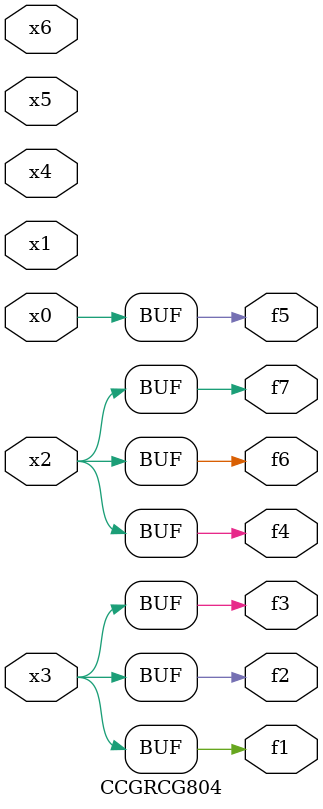
<source format=v>
module CCGRCG804(
	input x0, x1, x2, x3, x4, x5, x6,
	output f1, f2, f3, f4, f5, f6, f7
);
	assign f1 = x3;
	assign f2 = x3;
	assign f3 = x3;
	assign f4 = x2;
	assign f5 = x0;
	assign f6 = x2;
	assign f7 = x2;
endmodule

</source>
